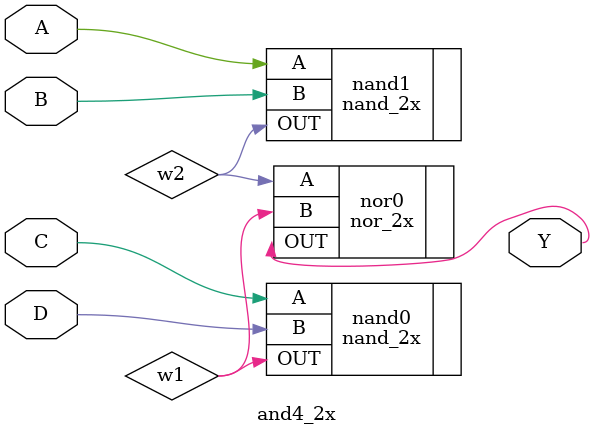
<source format=v>

module and4_2x(A, B, C, D, Y);
    input A, B, C, D;
    output wire Y;

    wire w1;
    wire w2;
    
    nand_2x nand0(.A(C), .B(D), .OUT(w1));
    nand_2x nand1(.A(A), .B(B), .OUT(w2));
    nor_2x nor0(.A(w2), .B(w1), .OUT(Y));
endmodule
</source>
